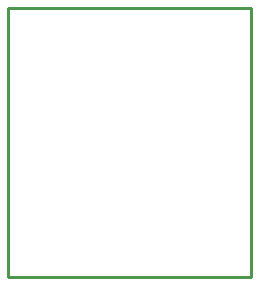
<source format=gko>
G04 Layer_Color=16711935*
%FSLAX44Y44*%
%MOMM*%
G71*
G01*
G75*
%ADD13C,0.2540*%
D13*
X845820Y553720D02*
X1051560D01*
Y781050D01*
X845820D02*
X1051560D01*
X845820Y553720D02*
Y781050D01*
M02*

</source>
